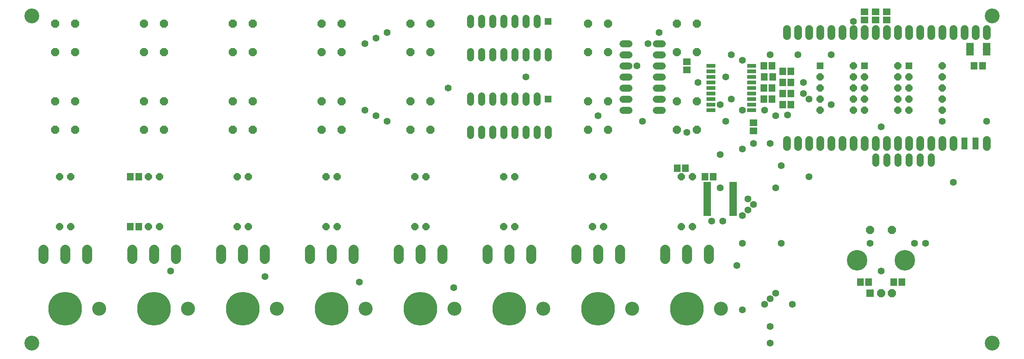
<source format=gbs>
G75*
%MOIN*%
%OFA0B0*%
%FSLAX25Y25*%
%IPPOS*%
%LPD*%
%AMOC8*
5,1,8,0,0,1.08239X$1,22.5*
%
%ADD10C,0.13398*%
%ADD11R,0.06706X0.05918*%
%ADD12R,0.05918X0.06706*%
%ADD13R,0.08083X0.03359*%
%ADD14R,0.06509X0.02572*%
%ADD15OC8,0.06400*%
%ADD16R,0.06400X0.06400*%
%ADD17C,0.09068*%
%ADD18C,0.30328*%
%ADD19C,0.12611*%
%ADD20OC8,0.07200*%
%ADD21R,0.07137X0.07137*%
%ADD22OC8,0.07137*%
%ADD23C,0.18517*%
%ADD24C,0.06400*%
%ADD25C,0.07137*%
%ADD26R,0.05800X0.10800*%
%ADD27R,0.07100X0.05400*%
%ADD28R,0.07200X0.00600*%
%ADD29C,0.06312*%
D10*
X0015000Y0015000D03*
X0015000Y0310000D03*
X0880000Y0310000D03*
X0880000Y0015000D03*
D11*
X0665000Y0206260D03*
X0665000Y0213740D03*
X0605000Y0261260D03*
X0605000Y0268740D03*
X0765000Y0306260D03*
X0775000Y0306260D03*
X0785000Y0306260D03*
X0785000Y0313740D03*
X0775000Y0313740D03*
X0765000Y0313740D03*
D12*
X0681740Y0265000D03*
X0674260Y0265000D03*
X0674760Y0255000D03*
X0682240Y0255000D03*
X0691260Y0250000D03*
X0698740Y0250000D03*
X0698740Y0240000D03*
X0691260Y0240000D03*
X0681740Y0235000D03*
X0674260Y0235000D03*
X0674260Y0245000D03*
X0681740Y0245000D03*
X0691260Y0230000D03*
X0698740Y0230000D03*
X0698740Y0260000D03*
X0691260Y0260000D03*
X0863760Y0265000D03*
X0871240Y0265000D03*
X0628740Y0165000D03*
X0621260Y0165000D03*
X0603740Y0172500D03*
X0596260Y0172500D03*
X0761260Y0070000D03*
X0768740Y0070000D03*
X0791260Y0070000D03*
X0798740Y0070000D03*
X0111240Y0120000D03*
X0103760Y0120000D03*
X0103760Y0165000D03*
X0111240Y0165000D03*
D13*
X0626594Y0225000D03*
X0626594Y0230000D03*
X0626594Y0235000D03*
X0626594Y0240000D03*
X0626594Y0245000D03*
X0626594Y0250000D03*
X0626594Y0255000D03*
X0626594Y0260000D03*
X0626594Y0265000D03*
X0663406Y0265000D03*
X0663406Y0260000D03*
X0663406Y0255000D03*
X0663406Y0250000D03*
X0663406Y0245000D03*
X0663406Y0240000D03*
X0663406Y0235000D03*
X0663406Y0230000D03*
X0663406Y0225000D03*
D14*
X0646516Y0159075D03*
X0646516Y0156516D03*
X0646516Y0153957D03*
X0646516Y0151398D03*
X0646516Y0148839D03*
X0646516Y0146280D03*
X0646516Y0143720D03*
X0646516Y0141161D03*
X0646516Y0138602D03*
X0646516Y0136043D03*
X0646516Y0133484D03*
X0646516Y0130925D03*
X0623484Y0130925D03*
X0623484Y0133484D03*
X0623484Y0136043D03*
X0623484Y0138602D03*
X0623484Y0141161D03*
X0623484Y0143720D03*
X0623484Y0146280D03*
X0623484Y0148839D03*
X0623484Y0151398D03*
X0623484Y0153957D03*
X0623484Y0156516D03*
X0623484Y0159075D03*
D15*
X0610000Y0165000D03*
X0600000Y0165000D03*
X0530000Y0165000D03*
X0520000Y0165000D03*
X0450000Y0165000D03*
X0440000Y0165000D03*
X0370000Y0165000D03*
X0360000Y0165000D03*
X0290000Y0165000D03*
X0280000Y0165000D03*
X0210000Y0165000D03*
X0200000Y0165000D03*
X0130000Y0165000D03*
X0120000Y0165000D03*
X0050000Y0165000D03*
X0040000Y0165000D03*
X0040000Y0120000D03*
X0050000Y0120000D03*
X0120000Y0120000D03*
X0130000Y0120000D03*
X0200000Y0120000D03*
X0210000Y0120000D03*
X0280000Y0120000D03*
X0290000Y0120000D03*
X0360000Y0120000D03*
X0370000Y0120000D03*
X0440000Y0120000D03*
X0450000Y0120000D03*
X0520000Y0120000D03*
X0530000Y0120000D03*
X0600000Y0120000D03*
X0610000Y0120000D03*
X0725000Y0225000D03*
X0725000Y0235000D03*
X0725000Y0245000D03*
X0725000Y0255000D03*
X0755000Y0255000D03*
X0765000Y0255000D03*
X0765000Y0245000D03*
X0755000Y0245000D03*
X0755000Y0235000D03*
X0765000Y0235000D03*
X0765000Y0225000D03*
X0755000Y0225000D03*
X0795000Y0225000D03*
X0805000Y0225000D03*
X0805000Y0235000D03*
X0795000Y0235000D03*
X0795000Y0245000D03*
X0805000Y0245000D03*
X0805000Y0255000D03*
X0795000Y0255000D03*
X0795000Y0265000D03*
X0755000Y0265000D03*
X0835000Y0265000D03*
X0835000Y0255000D03*
X0835000Y0245000D03*
X0835000Y0235000D03*
X0835000Y0225000D03*
D16*
X0805000Y0265000D03*
X0765000Y0265000D03*
X0725000Y0265000D03*
X0480000Y0235000D03*
X0480000Y0305000D03*
D17*
X0464685Y0099134D02*
X0464685Y0090866D01*
X0445000Y0090866D02*
X0445000Y0099134D01*
X0425315Y0099134D02*
X0425315Y0090866D01*
X0384685Y0090866D02*
X0384685Y0099134D01*
X0365000Y0099134D02*
X0365000Y0090866D01*
X0345315Y0090866D02*
X0345315Y0099134D01*
X0304685Y0099134D02*
X0304685Y0090866D01*
X0285000Y0090866D02*
X0285000Y0099134D01*
X0265315Y0099134D02*
X0265315Y0090866D01*
X0224685Y0090866D02*
X0224685Y0099134D01*
X0205000Y0099134D02*
X0205000Y0090866D01*
X0185315Y0090866D02*
X0185315Y0099134D01*
X0144685Y0099134D02*
X0144685Y0090866D01*
X0125000Y0090866D02*
X0125000Y0099134D01*
X0105315Y0099134D02*
X0105315Y0090866D01*
X0064685Y0090866D02*
X0064685Y0099134D01*
X0045000Y0099134D02*
X0045000Y0090866D01*
X0025315Y0090866D02*
X0025315Y0099134D01*
X0505315Y0099134D02*
X0505315Y0090866D01*
X0525000Y0090866D02*
X0525000Y0099134D01*
X0544685Y0099134D02*
X0544685Y0090866D01*
X0585315Y0090866D02*
X0585315Y0099134D01*
X0605000Y0099134D02*
X0605000Y0090866D01*
X0624685Y0090866D02*
X0624685Y0099134D01*
D18*
X0605000Y0045787D03*
X0525000Y0045787D03*
X0445000Y0045787D03*
X0365000Y0045787D03*
X0285000Y0045787D03*
X0205000Y0045787D03*
X0125000Y0045787D03*
X0045000Y0045787D03*
D19*
X0075709Y0045787D03*
X0155709Y0045787D03*
X0235709Y0045787D03*
X0315709Y0045787D03*
X0395709Y0045787D03*
X0475709Y0045787D03*
X0555709Y0045787D03*
X0635709Y0045787D03*
D20*
X0613900Y0207200D03*
X0596100Y0207200D03*
X0596100Y0232800D03*
X0613900Y0232800D03*
X0533900Y0232800D03*
X0516100Y0232800D03*
X0516100Y0207200D03*
X0533900Y0207200D03*
X0533900Y0277200D03*
X0516100Y0277200D03*
X0516100Y0302800D03*
X0533900Y0302800D03*
X0596100Y0302800D03*
X0613900Y0302800D03*
X0613900Y0277200D03*
X0596100Y0277200D03*
X0373900Y0277200D03*
X0356100Y0277200D03*
X0356100Y0302800D03*
X0373900Y0302800D03*
X0293900Y0302800D03*
X0276100Y0302800D03*
X0276100Y0277200D03*
X0293900Y0277200D03*
X0213900Y0277200D03*
X0196100Y0277200D03*
X0196100Y0302800D03*
X0213900Y0302800D03*
X0133900Y0302800D03*
X0116100Y0302800D03*
X0116100Y0277200D03*
X0133900Y0277200D03*
X0053900Y0277200D03*
X0036100Y0277200D03*
X0036100Y0302800D03*
X0053900Y0302800D03*
X0053900Y0232800D03*
X0036100Y0232800D03*
X0036100Y0207200D03*
X0053900Y0207200D03*
X0116100Y0207200D03*
X0133900Y0207200D03*
X0133900Y0232800D03*
X0116100Y0232800D03*
X0196100Y0232800D03*
X0213900Y0232800D03*
X0213900Y0207200D03*
X0196100Y0207200D03*
X0276100Y0207200D03*
X0293900Y0207200D03*
X0293900Y0232800D03*
X0276100Y0232800D03*
X0356100Y0232800D03*
X0373900Y0232800D03*
X0373900Y0207200D03*
X0356100Y0207200D03*
D21*
X0770000Y0060000D03*
D22*
X0779843Y0060000D03*
X0789685Y0060000D03*
X0789685Y0117087D03*
X0770000Y0117087D03*
D23*
X0758189Y0089528D03*
X0801496Y0089528D03*
D24*
X0805000Y0177200D02*
X0805000Y0182800D01*
X0795000Y0182800D02*
X0795000Y0177200D01*
X0785000Y0177200D02*
X0785000Y0182800D01*
X0775000Y0182800D02*
X0775000Y0177200D01*
X0815000Y0177200D02*
X0815000Y0182800D01*
X0825000Y0182800D02*
X0825000Y0177200D01*
X0582800Y0225000D02*
X0577200Y0225000D01*
X0577200Y0235000D02*
X0582800Y0235000D01*
X0582800Y0245000D02*
X0577200Y0245000D01*
X0577200Y0255000D02*
X0582800Y0255000D01*
X0582800Y0265000D02*
X0577200Y0265000D01*
X0577200Y0275000D02*
X0582800Y0275000D01*
X0582800Y0285000D02*
X0577200Y0285000D01*
X0552800Y0285000D02*
X0547200Y0285000D01*
X0547200Y0275000D02*
X0552800Y0275000D01*
X0552800Y0265000D02*
X0547200Y0265000D01*
X0547200Y0255000D02*
X0552800Y0255000D01*
X0552800Y0245000D02*
X0547200Y0245000D01*
X0547200Y0235000D02*
X0552800Y0235000D01*
X0552800Y0225000D02*
X0547200Y0225000D01*
X0480000Y0207800D02*
X0480000Y0202200D01*
X0470000Y0202200D02*
X0470000Y0207800D01*
X0460000Y0207800D02*
X0460000Y0202200D01*
X0450000Y0202200D02*
X0450000Y0207800D01*
X0440000Y0207800D02*
X0440000Y0202200D01*
X0430000Y0202200D02*
X0430000Y0207800D01*
X0420000Y0207800D02*
X0420000Y0202200D01*
X0410000Y0202200D02*
X0410000Y0207800D01*
X0410000Y0232200D02*
X0410000Y0237800D01*
X0420000Y0237800D02*
X0420000Y0232200D01*
X0430000Y0232200D02*
X0430000Y0237800D01*
X0440000Y0237800D02*
X0440000Y0232200D01*
X0450000Y0232200D02*
X0450000Y0237800D01*
X0460000Y0237800D02*
X0460000Y0232200D01*
X0470000Y0232200D02*
X0470000Y0237800D01*
X0470000Y0272200D02*
X0470000Y0277800D01*
X0460000Y0277800D02*
X0460000Y0272200D01*
X0450000Y0272200D02*
X0450000Y0277800D01*
X0440000Y0277800D02*
X0440000Y0272200D01*
X0430000Y0272200D02*
X0430000Y0277800D01*
X0420000Y0277800D02*
X0420000Y0272200D01*
X0410000Y0272200D02*
X0410000Y0277800D01*
X0410000Y0302200D02*
X0410000Y0307800D01*
X0420000Y0307800D02*
X0420000Y0302200D01*
X0430000Y0302200D02*
X0430000Y0307800D01*
X0440000Y0307800D02*
X0440000Y0302200D01*
X0450000Y0302200D02*
X0450000Y0307800D01*
X0460000Y0307800D02*
X0460000Y0302200D01*
X0470000Y0302200D02*
X0470000Y0307800D01*
X0480000Y0277800D02*
X0480000Y0272200D01*
D25*
X0695000Y0291831D02*
X0695000Y0298169D01*
X0705000Y0298169D02*
X0705000Y0291831D01*
X0715000Y0291831D02*
X0715000Y0298169D01*
X0725000Y0298169D02*
X0725000Y0291831D01*
X0735000Y0291831D02*
X0735000Y0298169D01*
X0745000Y0298169D02*
X0745000Y0291831D01*
X0755000Y0291831D02*
X0755000Y0298169D01*
X0765000Y0298169D02*
X0765000Y0291831D01*
X0775000Y0291831D02*
X0775000Y0298169D01*
X0785000Y0298169D02*
X0785000Y0291831D01*
X0795000Y0291831D02*
X0795000Y0298169D01*
X0805000Y0298169D02*
X0805000Y0291831D01*
X0815000Y0291831D02*
X0815000Y0298169D01*
X0825000Y0298169D02*
X0825000Y0291831D01*
X0835000Y0291831D02*
X0835000Y0298169D01*
X0845000Y0298169D02*
X0845000Y0291831D01*
X0855000Y0291831D02*
X0855000Y0298169D01*
X0865000Y0298169D02*
X0865000Y0291831D01*
X0875000Y0291831D02*
X0875000Y0298169D01*
X0875000Y0198169D02*
X0875000Y0191831D01*
X0845000Y0191831D02*
X0845000Y0198169D01*
X0835000Y0198169D02*
X0835000Y0191831D01*
X0825000Y0191831D02*
X0825000Y0198169D01*
X0815000Y0198169D02*
X0815000Y0191831D01*
X0805000Y0191831D02*
X0805000Y0198169D01*
X0795000Y0198169D02*
X0795000Y0191831D01*
X0785000Y0191831D02*
X0785000Y0198169D01*
X0775000Y0198169D02*
X0775000Y0191831D01*
X0765000Y0191831D02*
X0765000Y0198169D01*
X0755000Y0198169D02*
X0755000Y0191831D01*
X0745000Y0191831D02*
X0745000Y0198169D01*
X0735000Y0198169D02*
X0735000Y0191831D01*
X0725000Y0191831D02*
X0725000Y0198169D01*
X0715000Y0198169D02*
X0715000Y0191831D01*
X0705000Y0191831D02*
X0705000Y0198169D01*
X0695000Y0198169D02*
X0695000Y0191831D01*
D26*
X0855000Y0195000D03*
X0865000Y0195000D03*
D27*
X0860000Y0277000D03*
X0860000Y0283000D03*
X0875000Y0283000D03*
X0875000Y0277000D03*
D28*
X0875000Y0280000D03*
X0860000Y0280000D03*
D29*
X0755000Y0305000D03*
X0735000Y0275000D03*
X0705000Y0275000D03*
X0680000Y0275000D03*
X0655000Y0270000D03*
X0645000Y0275000D03*
X0640000Y0255000D03*
X0615000Y0250000D03*
X0645000Y0235000D03*
X0635000Y0230000D03*
X0655000Y0225000D03*
X0640000Y0215000D03*
X0675000Y0225000D03*
X0685000Y0220000D03*
X0695580Y0220580D03*
X0715000Y0235000D03*
X0710000Y0240000D03*
X0710000Y0250000D03*
X0735000Y0230000D03*
X0780000Y0210000D03*
X0835000Y0215000D03*
X0875000Y0215000D03*
X0845000Y0160000D03*
X0820000Y0105000D03*
X0810000Y0105000D03*
X0770000Y0105000D03*
X0780000Y0080000D03*
X0700000Y0050000D03*
X0685000Y0060000D03*
X0680000Y0055000D03*
X0675000Y0050000D03*
X0655000Y0045000D03*
X0680000Y0030000D03*
X0680000Y0015000D03*
X0650000Y0085000D03*
X0655000Y0105000D03*
X0637500Y0125000D03*
X0627500Y0125000D03*
X0655000Y0130000D03*
X0660000Y0135000D03*
X0665000Y0140000D03*
X0660000Y0145000D03*
X0685000Y0155000D03*
X0715000Y0165000D03*
X0690000Y0175000D03*
X0655000Y0190000D03*
X0665000Y0195000D03*
X0680000Y0195000D03*
X0635000Y0185000D03*
X0605000Y0205000D03*
X0565000Y0215000D03*
X0525000Y0220000D03*
X0460000Y0255000D03*
X0390000Y0245000D03*
X0335000Y0215000D03*
X0325000Y0220000D03*
X0315000Y0225000D03*
X0315000Y0285000D03*
X0325000Y0290000D03*
X0335000Y0295000D03*
X0560000Y0265000D03*
X0570000Y0285000D03*
X0580000Y0295000D03*
X0635000Y0155000D03*
X0690000Y0105000D03*
X0395000Y0065000D03*
X0310000Y0070000D03*
X0225000Y0075000D03*
X0140000Y0080000D03*
M02*

</source>
